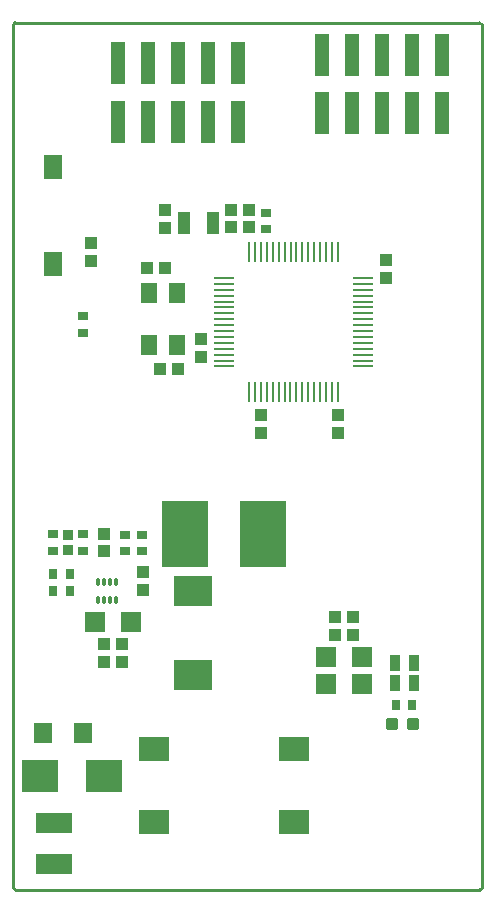
<source format=gtp>
G04*
G04 #@! TF.GenerationSoftware,Altium Limited,CircuitMaker,2.2.1 (2.2.1.6)*
G04*
G04 Layer_Color=7318015*
%FSLAX25Y25*%
%MOIN*%
G70*
G04*
G04 #@! TF.SameCoordinates,3F80FBB2-A1F2-450A-AE04-FF917F864492*
G04*
G04*
G04 #@! TF.FilePolarity,Positive*
G04*
G01*
G75*
%ADD11C,0.01000*%
%ADD20R,0.05000X0.14488*%
%ADD21R,0.04134X0.03937*%
%ADD22R,0.03937X0.04134*%
%ADD23R,0.05905X0.07874*%
%ADD24R,0.05512X0.07087*%
%ADD25R,0.00866X0.06693*%
%ADD26R,0.06693X0.00866*%
%ADD27R,0.03543X0.02756*%
%ADD28R,0.04331X0.07480*%
%ADD29R,0.09842X0.07874*%
%ADD30R,0.12437X0.10799*%
G04:AMPARAMS|DCode=31|XSize=26.38mil|YSize=11.81mil|CornerRadius=2.95mil|HoleSize=0mil|Usage=FLASHONLY|Rotation=90.000|XOffset=0mil|YOffset=0mil|HoleType=Round|Shape=RoundedRectangle|*
%AMROUNDEDRECTD31*
21,1,0.02638,0.00591,0,0,90.0*
21,1,0.02047,0.01181,0,0,90.0*
1,1,0.00591,0.00295,0.01024*
1,1,0.00591,0.00295,-0.01024*
1,1,0.00591,-0.00295,-0.01024*
1,1,0.00591,-0.00295,0.01024*
%
%ADD31ROUNDEDRECTD31*%
%ADD32R,0.07000X0.07087*%
%ADD33R,0.04331X0.04134*%
%ADD34R,0.12500X0.10000*%
G04:AMPARAMS|DCode=35|XSize=39.37mil|YSize=39.37mil|CornerRadius=5.91mil|HoleSize=0mil|Usage=FLASHONLY|Rotation=90.000|XOffset=0mil|YOffset=0mil|HoleType=Round|Shape=RoundedRectangle|*
%AMROUNDEDRECTD35*
21,1,0.03937,0.02756,0,0,90.0*
21,1,0.02756,0.03937,0,0,90.0*
1,1,0.01181,0.01378,0.01378*
1,1,0.01181,0.01378,-0.01378*
1,1,0.01181,-0.01378,-0.01378*
1,1,0.01181,-0.01378,0.01378*
%
%ADD35ROUNDEDRECTD35*%
%ADD36R,0.03347X0.05315*%
%ADD37R,0.02756X0.03543*%
%ADD38R,0.03543X0.03347*%
%ADD39R,0.15748X0.22047*%
%ADD40R,0.05984X0.06614*%
%ADD41R,0.12402X0.07008*%
D11*
X184100Y356000D02*
G03*
X183600Y356500I-500J0D01*
G01*
X184100Y356000D02*
G03*
X183600Y356500I-500J0D01*
G01*
Y67500D02*
G03*
X184100Y68000I0J500D01*
G01*
X183600Y67500D02*
G03*
X184100Y68000I0J500D01*
G01*
X28500Y356500D02*
G03*
X28000Y356000I0J-500D01*
G01*
X28500Y356500D02*
G03*
X28000Y356000I0J-500D01*
G01*
Y68000D02*
G03*
X28500Y67500I500J0D01*
G01*
X28000Y68000D02*
G03*
X28500Y67500I500J0D01*
G01*
X184100Y68000D02*
Y356000D01*
X28500Y356500D02*
X183600D01*
X28500Y67500D02*
X183600D01*
X28000Y68000D02*
Y356000D01*
D20*
X161000Y345744D02*
D03*
X151000D02*
D03*
X141000D02*
D03*
X131000D02*
D03*
X171000D02*
D03*
Y326256D02*
D03*
X161000D02*
D03*
X151000D02*
D03*
X141000D02*
D03*
X131000D02*
D03*
X93000Y343000D02*
D03*
X83000D02*
D03*
X73000D02*
D03*
X63000D02*
D03*
X103000D02*
D03*
Y323512D02*
D03*
X93000D02*
D03*
X83000D02*
D03*
X73000D02*
D03*
X63000D02*
D03*
D21*
X72698Y274800D02*
D03*
X78604D02*
D03*
X77047Y241000D02*
D03*
X82953D02*
D03*
X64153Y143410D02*
D03*
Y149410D02*
D03*
X135328Y158450D02*
D03*
Y152450D02*
D03*
X141234D02*
D03*
Y158450D02*
D03*
X58247Y143410D02*
D03*
Y149410D02*
D03*
D22*
X106642Y294189D02*
D03*
Y288283D02*
D03*
X100700Y294160D02*
D03*
Y288254D02*
D03*
X110643Y225735D02*
D03*
Y219830D02*
D03*
X54000Y282953D02*
D03*
Y277047D02*
D03*
X90500Y251153D02*
D03*
Y245247D02*
D03*
X78700Y294153D02*
D03*
Y288247D02*
D03*
X136211Y225735D02*
D03*
Y219830D02*
D03*
X152100Y271500D02*
D03*
Y277406D02*
D03*
X71400Y173353D02*
D03*
Y167447D02*
D03*
D23*
X41300Y276058D02*
D03*
Y308342D02*
D03*
D24*
X73157Y249239D02*
D03*
X82606Y266561D02*
D03*
X73157D02*
D03*
X82606Y249239D02*
D03*
D25*
X136178Y279934D02*
D03*
X114524D02*
D03*
X132213Y233466D02*
D03*
X130245D02*
D03*
X134209Y279934D02*
D03*
X106650D02*
D03*
X108619D02*
D03*
X110587D02*
D03*
X112556D02*
D03*
X116493D02*
D03*
X118461D02*
D03*
X120430D02*
D03*
X122398D02*
D03*
X124367D02*
D03*
X126335D02*
D03*
X128304D02*
D03*
X130272D02*
D03*
X132241D02*
D03*
X136150Y233466D02*
D03*
X134182D02*
D03*
X128276D02*
D03*
X126308D02*
D03*
X124339D02*
D03*
X122371D02*
D03*
X120402D02*
D03*
X118434D02*
D03*
X116465D02*
D03*
X114497D02*
D03*
X112528D02*
D03*
X110560D02*
D03*
X108591D02*
D03*
X106623D02*
D03*
D26*
X98166Y271450D02*
D03*
Y269482D02*
D03*
Y257671D02*
D03*
Y251765D02*
D03*
Y255702D02*
D03*
X144634Y271450D02*
D03*
Y269482D02*
D03*
Y267513D02*
D03*
Y265545D02*
D03*
Y263576D02*
D03*
Y261608D02*
D03*
Y259639D02*
D03*
Y257671D02*
D03*
Y255702D02*
D03*
Y253734D02*
D03*
Y251765D02*
D03*
Y249797D02*
D03*
Y247828D02*
D03*
Y245860D02*
D03*
Y243891D02*
D03*
Y241923D02*
D03*
X98166D02*
D03*
Y243891D02*
D03*
Y245860D02*
D03*
Y247828D02*
D03*
Y249797D02*
D03*
Y253734D02*
D03*
Y259639D02*
D03*
Y261608D02*
D03*
Y263576D02*
D03*
Y265545D02*
D03*
Y267513D02*
D03*
D27*
X51200Y253188D02*
D03*
Y258700D02*
D03*
X112300Y293156D02*
D03*
Y287644D02*
D03*
X51300Y186056D02*
D03*
X70744Y185856D02*
D03*
X41100Y186056D02*
D03*
X65244Y185856D02*
D03*
X70744Y180344D02*
D03*
X65244Y180344D02*
D03*
X51300Y180544D02*
D03*
X41100Y180544D02*
D03*
D28*
X84779Y289900D02*
D03*
X94621D02*
D03*
D29*
X121417Y114515D02*
D03*
Y90015D02*
D03*
X74917Y114515D02*
D03*
Y90015D02*
D03*
D30*
X58369Y105400D02*
D03*
X37031D02*
D03*
D31*
X62213Y164187D02*
D03*
X58316D02*
D03*
X56347Y170013D02*
D03*
Y164187D02*
D03*
X60284Y170013D02*
D03*
X62213D02*
D03*
X60284Y164187D02*
D03*
X58316Y170013D02*
D03*
D32*
X67200Y156910D02*
D03*
X132281Y135950D02*
D03*
Y144950D02*
D03*
X144281Y135950D02*
D03*
Y144950D02*
D03*
X55200Y156910D02*
D03*
D33*
X58200Y186056D02*
D03*
Y180544D02*
D03*
D34*
X87900Y139200D02*
D03*
Y167200D02*
D03*
D35*
X154275Y122618D02*
D03*
X161181D02*
D03*
D36*
X155233Y143118D02*
D03*
Y136418D02*
D03*
X161729Y143118D02*
D03*
Y136418D02*
D03*
D37*
X41288Y167100D02*
D03*
X155525Y128918D02*
D03*
X161037D02*
D03*
X46756Y172700D02*
D03*
X46800Y167100D02*
D03*
X41244Y172700D02*
D03*
D38*
X46200Y185759D02*
D03*
Y180641D02*
D03*
D39*
X111192Y186200D02*
D03*
X85208D02*
D03*
D40*
X51293Y119900D02*
D03*
X37907D02*
D03*
D41*
X41600Y76109D02*
D03*
Y89691D02*
D03*
M02*

</source>
